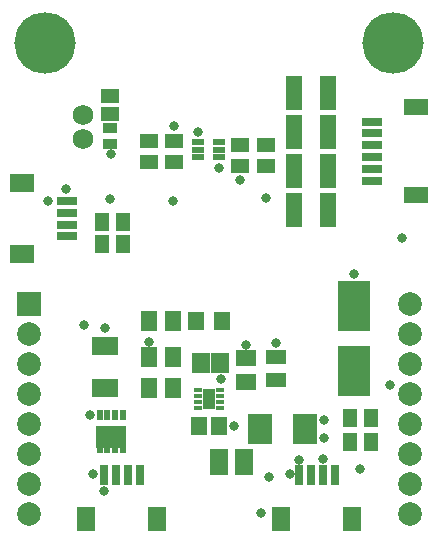
<source format=gts>
G04 Layer_Color=20142*
%FSLAX25Y25*%
%MOIN*%
G70*
G01*
G75*
%ADD61R,0.07887X0.05524*%
%ADD62R,0.06902X0.03162*%
%ADD63R,0.10642X0.16548*%
%ADD64R,0.03162X0.06902*%
%ADD65R,0.06312X0.07887*%
%ADD66R,0.06902X0.03162*%
%ADD67R,0.07887X0.06312*%
%ADD68R,0.02454X0.03556*%
%ADD69R,0.05721X0.06902*%
%ADD70R,0.02520X0.01654*%
%ADD71R,0.04095X0.06850*%
%ADD72R,0.06115X0.06509*%
%ADD73R,0.06312X0.09068*%
%ADD74R,0.06312X0.09068*%
%ADD75R,0.05328X0.05918*%
%ADD76R,0.06509X0.05524*%
%ADD77R,0.08674X0.06312*%
%ADD78R,0.05524X0.06312*%
%ADD79R,0.07887X0.10249*%
%ADD80R,0.06706X0.05131*%
%ADD81R,0.05721X0.11430*%
%ADD82R,0.05131X0.06312*%
%ADD83R,0.04343X0.02375*%
%ADD84R,0.06312X0.05131*%
%ADD85R,0.06115X0.04737*%
G04:AMPARAMS|DCode=86|XSize=47.37mil|YSize=36.35mil|CornerRadius=7.54mil|HoleSize=0mil|Usage=FLASHONLY|Rotation=180.000|XOffset=0mil|YOffset=0mil|HoleType=Round|Shape=RoundedRectangle|*
%AMROUNDEDRECTD86*
21,1,0.04737,0.02126,0,0,180.0*
21,1,0.03228,0.03635,0,0,180.0*
1,1,0.01509,-0.01614,0.01063*
1,1,0.01509,0.01614,0.01063*
1,1,0.01509,0.01614,-0.01063*
1,1,0.01509,-0.01614,-0.01063*
%
%ADD86ROUNDEDRECTD86*%
%ADD87R,0.10131X0.07493*%
%ADD88C,0.06800*%
%ADD89C,0.20485*%
%ADD90C,0.07887*%
%ADD91R,0.07887X0.07887*%
%ADD92C,0.03162*%
%ADD93C,0.02520*%
D61*
X235595Y241764D02*
D03*
Y212236D02*
D03*
D62*
X220831Y236842D02*
D03*
Y232906D02*
D03*
Y228969D02*
D03*
Y225031D02*
D03*
Y221094D02*
D03*
Y217158D02*
D03*
D63*
X215000Y153673D02*
D03*
Y175327D02*
D03*
D64*
X196595Y119087D02*
D03*
X200532D02*
D03*
X204468D02*
D03*
X208405D02*
D03*
X131595D02*
D03*
X135531D02*
D03*
X139469D02*
D03*
X143405D02*
D03*
D65*
X190689Y104323D02*
D03*
X214311D02*
D03*
X125689D02*
D03*
X149311D02*
D03*
D66*
X119087Y210405D02*
D03*
Y206469D02*
D03*
Y202532D02*
D03*
Y198594D02*
D03*
D67*
X104323Y216311D02*
D03*
Y192689D02*
D03*
D68*
X130161Y139012D02*
D03*
X132720D02*
D03*
X135280D02*
D03*
X137839D02*
D03*
X137839Y127988D02*
D03*
X135280D02*
D03*
X132720D02*
D03*
X130161D02*
D03*
D69*
X154535Y170500D02*
D03*
X146465D02*
D03*
X154535Y148000D02*
D03*
X146465D02*
D03*
X146465Y158500D02*
D03*
X154535D02*
D03*
D70*
X162760Y147453D02*
D03*
Y145484D02*
D03*
Y143516D02*
D03*
Y141547D02*
D03*
X170240D02*
D03*
Y143516D02*
D03*
Y145484D02*
D03*
Y147453D02*
D03*
D71*
X166500Y144500D02*
D03*
D72*
X163752Y156500D02*
D03*
X170248D02*
D03*
D73*
X178134Y123500D02*
D03*
D74*
X169866D02*
D03*
D75*
X170929Y170500D02*
D03*
X162071D02*
D03*
D76*
X179000Y150063D02*
D03*
Y157937D02*
D03*
D77*
X132000Y147913D02*
D03*
Y162087D02*
D03*
D78*
X169846Y135500D02*
D03*
X163154D02*
D03*
D79*
X198480Y134500D02*
D03*
X183520D02*
D03*
D80*
X189000Y150563D02*
D03*
Y158437D02*
D03*
D81*
X206110Y246500D02*
D03*
X194890D02*
D03*
X206110Y233500D02*
D03*
X194890D02*
D03*
X206110Y220500D02*
D03*
X194890D02*
D03*
X206110Y207500D02*
D03*
X194890D02*
D03*
D82*
X131055Y203500D02*
D03*
X137945D02*
D03*
X131055Y196000D02*
D03*
X137945D02*
D03*
X213555Y130000D02*
D03*
X220445D02*
D03*
X213555Y138000D02*
D03*
X220445D02*
D03*
D83*
X170043Y230059D02*
D03*
Y227500D02*
D03*
Y224941D02*
D03*
X162957D02*
D03*
Y227500D02*
D03*
Y230059D02*
D03*
D84*
X146500Y223555D02*
D03*
Y230445D02*
D03*
X155000D02*
D03*
Y223555D02*
D03*
X185500Y228945D02*
D03*
Y222055D02*
D03*
X177000D02*
D03*
Y228945D02*
D03*
D85*
X133500Y239547D02*
D03*
Y245453D02*
D03*
D86*
Y229244D02*
D03*
Y234756D02*
D03*
D87*
X134000Y131728D02*
D03*
D88*
X124434Y239000D02*
D03*
Y231063D02*
D03*
D89*
X112008Y262992D02*
D03*
X227992D02*
D03*
D90*
X106496Y145984D02*
D03*
Y155984D02*
D03*
Y165984D02*
D03*
Y135984D02*
D03*
Y125984D02*
D03*
Y115984D02*
D03*
Y105984D02*
D03*
X233504D02*
D03*
Y115984D02*
D03*
Y125984D02*
D03*
Y135984D02*
D03*
Y145984D02*
D03*
Y155984D02*
D03*
Y165984D02*
D03*
Y175984D02*
D03*
D91*
X106496D02*
D03*
D92*
X134000Y226000D02*
D03*
X215000Y186000D02*
D03*
X175000Y135500D02*
D03*
X184000Y106500D02*
D03*
X186500Y118500D02*
D03*
X204500Y124500D02*
D03*
X127000Y139000D02*
D03*
X205000Y131500D02*
D03*
Y137500D02*
D03*
X231000Y198000D02*
D03*
X185500Y211500D02*
D03*
X227000Y149000D02*
D03*
X128000Y119500D02*
D03*
X131595Y113841D02*
D03*
X113000Y210500D02*
D03*
X119000Y214500D02*
D03*
X132000Y168000D02*
D03*
X189000Y163000D02*
D03*
X179000Y162500D02*
D03*
X170500Y151000D02*
D03*
X146500Y163500D02*
D03*
X154500Y210500D02*
D03*
X133500Y211000D02*
D03*
X163000Y233500D02*
D03*
X155000Y235500D02*
D03*
X177000Y217278D02*
D03*
X170043Y221500D02*
D03*
X217000Y121000D02*
D03*
X196500Y124000D02*
D03*
X193500Y119500D02*
D03*
X125000Y169000D02*
D03*
D93*
X166500Y142925D02*
D03*
Y146075D02*
D03*
M02*

</source>
